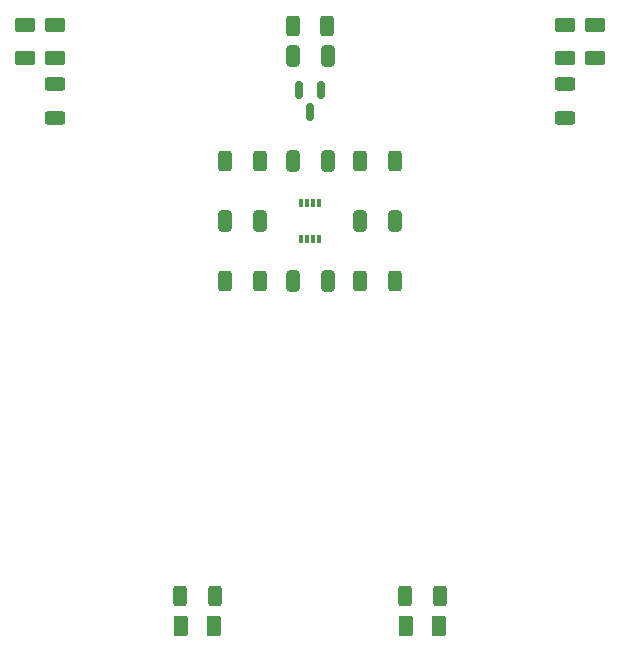
<source format=gbr>
%TF.GenerationSoftware,KiCad,Pcbnew,7.0.6*%
%TF.CreationDate,2023-07-28T23:09:07+08:00*%
%TF.ProjectId,PowerToggleMK1_KiCad,506f7765-7254-46f6-9767-6c654d4b315f,rev?*%
%TF.SameCoordinates,Original*%
%TF.FileFunction,Paste,Top*%
%TF.FilePolarity,Positive*%
%FSLAX46Y46*%
G04 Gerber Fmt 4.6, Leading zero omitted, Abs format (unit mm)*
G04 Created by KiCad (PCBNEW 7.0.6) date 2023-07-28 23:09:07*
%MOMM*%
%LPD*%
G01*
G04 APERTURE LIST*
G04 Aperture macros list*
%AMRoundRect*
0 Rectangle with rounded corners*
0 $1 Rounding radius*
0 $2 $3 $4 $5 $6 $7 $8 $9 X,Y pos of 4 corners*
0 Add a 4 corners polygon primitive as box body*
4,1,4,$2,$3,$4,$5,$6,$7,$8,$9,$2,$3,0*
0 Add four circle primitives for the rounded corners*
1,1,$1+$1,$2,$3*
1,1,$1+$1,$4,$5*
1,1,$1+$1,$6,$7*
1,1,$1+$1,$8,$9*
0 Add four rect primitives between the rounded corners*
20,1,$1+$1,$2,$3,$4,$5,0*
20,1,$1+$1,$4,$5,$6,$7,0*
20,1,$1+$1,$6,$7,$8,$9,0*
20,1,$1+$1,$8,$9,$2,$3,0*%
G04 Aperture macros list end*
%ADD10RoundRect,0.250000X-0.325000X-0.650000X0.325000X-0.650000X0.325000X0.650000X-0.325000X0.650000X0*%
%ADD11RoundRect,0.250000X0.312500X0.625000X-0.312500X0.625000X-0.312500X-0.625000X0.312500X-0.625000X0*%
%ADD12RoundRect,0.250000X-0.625000X0.312500X-0.625000X-0.312500X0.625000X-0.312500X0.625000X0.312500X0*%
%ADD13RoundRect,0.150000X-0.150000X0.587500X-0.150000X-0.587500X0.150000X-0.587500X0.150000X0.587500X0*%
%ADD14RoundRect,0.250000X0.375000X0.625000X-0.375000X0.625000X-0.375000X-0.625000X0.375000X-0.625000X0*%
%ADD15RoundRect,0.250000X-0.312500X-0.625000X0.312500X-0.625000X0.312500X0.625000X-0.312500X0.625000X0*%
%ADD16RoundRect,0.250000X-0.625000X0.375000X-0.625000X-0.375000X0.625000X-0.375000X0.625000X0.375000X0*%
%ADD17RoundRect,0.250000X0.625000X-0.375000X0.625000X0.375000X-0.625000X0.375000X-0.625000X-0.375000X0*%
%ADD18RoundRect,0.250000X-0.375000X-0.625000X0.375000X-0.625000X0.375000X0.625000X-0.375000X0.625000X0*%
%ADD19R,0.300000X0.800000*%
%ADD20RoundRect,0.250000X0.325000X0.650000X-0.325000X0.650000X-0.325000X-0.650000X0.325000X-0.650000X0*%
G04 APERTURE END LIST*
D10*
%TO.C,C10*%
X107745000Y-91440000D03*
X110695000Y-91440000D03*
%TD*%
D11*
%TO.C,R1*%
X101157500Y-128270000D03*
X98232500Y-128270000D03*
%TD*%
D12*
%TO.C,R9*%
X130810000Y-84897500D03*
X130810000Y-87822500D03*
%TD*%
D13*
%TO.C,U2*%
X110170000Y-85422500D03*
X108270000Y-85422500D03*
X109220000Y-87297500D03*
%TD*%
D14*
%TO.C,D1*%
X101095000Y-130810000D03*
X98295000Y-130810000D03*
%TD*%
D15*
%TO.C,R4*%
X102042500Y-91440000D03*
X104967500Y-91440000D03*
%TD*%
D12*
%TO.C,R8*%
X87630000Y-84897500D03*
X87630000Y-87822500D03*
%TD*%
D16*
%TO.C,D5*%
X130810000Y-79880000D03*
X130810000Y-82680000D03*
%TD*%
D17*
%TO.C,D4*%
X87630000Y-82680000D03*
X87630000Y-79880000D03*
%TD*%
D10*
%TO.C,C6*%
X107745000Y-101600000D03*
X110695000Y-101600000D03*
%TD*%
D16*
%TO.C,D3*%
X85090000Y-79880000D03*
X85090000Y-82680000D03*
%TD*%
D18*
%TO.C,D2*%
X117345000Y-130810000D03*
X120145000Y-130810000D03*
%TD*%
D17*
%TO.C,D6*%
X133350000Y-82680000D03*
X133350000Y-79880000D03*
%TD*%
D11*
%TO.C,R3*%
X110682500Y-80010000D03*
X107757500Y-80010000D03*
%TD*%
%TO.C,R6*%
X116397500Y-91440000D03*
X113472500Y-91440000D03*
%TD*%
D15*
%TO.C,R2*%
X117282500Y-128270000D03*
X120207500Y-128270000D03*
%TD*%
D10*
%TO.C,C7*%
X113460000Y-96520000D03*
X116410000Y-96520000D03*
%TD*%
D19*
%TO.C,U1*%
X108470000Y-98070000D03*
X108970000Y-98070000D03*
X109470000Y-98070000D03*
X109970000Y-98070000D03*
X109970000Y-94970000D03*
X109470000Y-94970000D03*
X108970000Y-94970000D03*
X108470000Y-94970000D03*
%TD*%
D15*
%TO.C,R7*%
X113472500Y-101600000D03*
X116397500Y-101600000D03*
%TD*%
D20*
%TO.C,C5*%
X110695000Y-82550000D03*
X107745000Y-82550000D03*
%TD*%
%TO.C,C8*%
X104980000Y-96520000D03*
X102030000Y-96520000D03*
%TD*%
D11*
%TO.C,R5*%
X104967500Y-101600000D03*
X102042500Y-101600000D03*
%TD*%
M02*

</source>
